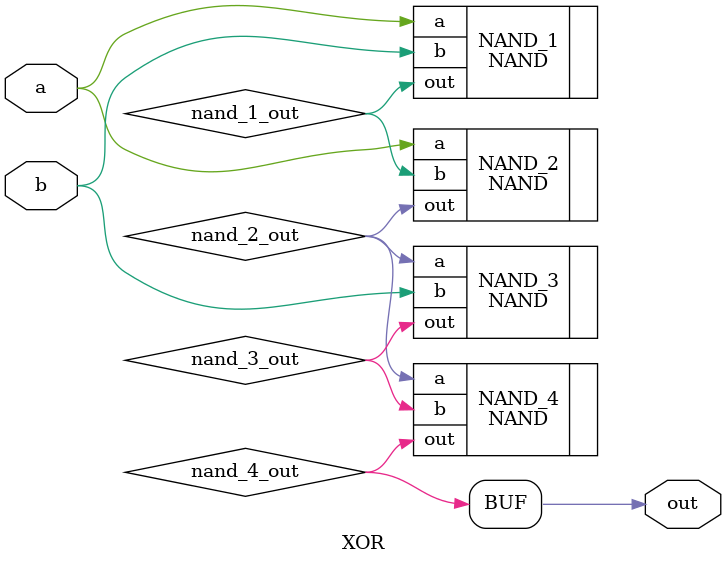
<source format=v>

module XOR
(
    input  a,
    input  b,
    output out
);

// | a | b | out |
// | - | - | --- |
// | 0 | 0 | 0   |
// | 0 | 1 | 1   | (NOT(a) AND b)
// | 1 | 0 | 1   | (a AND NOT(b))
// | 1 | 1 | 0   |

// (NOT(a) AND b) OR (a AND NOT(b))

// You can actually make this assign out = (a ^ b); because ^ is a bitwise XOR operator if you wanted to
// another way to do this is just assign out = ((~a & b) | (a & ~b));
// but since this is a composite, let's try and do it at the elementary gate level
// I will probably get this wrong, but doing it early anyways...

wire nand_1_out;

NAND NAND_1
(
    .a(a),
    .b(b),
    .out(nand_1_out)
);

wire nand_2_out;

NAND NAND_2
(
    .a(a),
    .b(nand_1_out),
    .out(nand_2_out)
);

wire nand_3_out;

NAND NAND_3
(
    .a(nand_2_out),
    .b(b),
    .out(nand_3_out)
);

wire nand_4_out;

NAND NAND_4
(
    .a(nand_2_out),
    .b(nand_3_out),
    .out(nand_4_out)
);

assign out = nand_4_out;

endmodule

</source>
